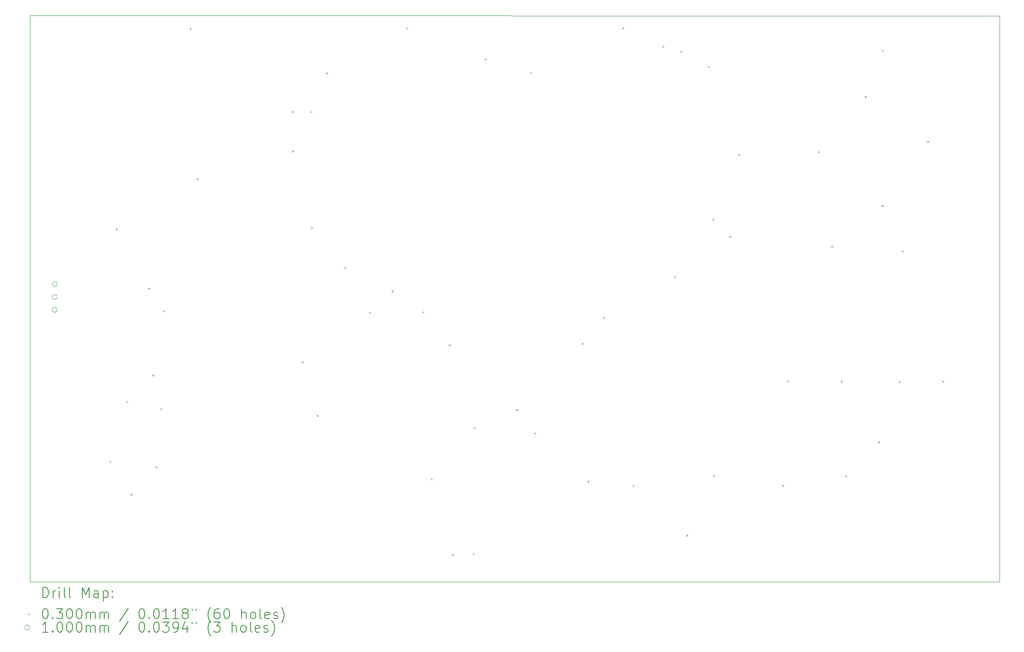
<source format=gbr>
%TF.GenerationSoftware,KiCad,Pcbnew,9.0.0*%
%TF.CreationDate,2025-04-01T19:23:46-07:00*%
%TF.ProjectId,proto-for-mfg,70726f74-6f2d-4666-9f72-2d6d66672e6b,rev?*%
%TF.SameCoordinates,Original*%
%TF.FileFunction,Drillmap*%
%TF.FilePolarity,Positive*%
%FSLAX45Y45*%
G04 Gerber Fmt 4.5, Leading zero omitted, Abs format (unit mm)*
G04 Created by KiCad (PCBNEW 9.0.0) date 2025-04-01 19:23:46*
%MOMM*%
%LPD*%
G01*
G04 APERTURE LIST*
%ADD10C,0.050000*%
%ADD11C,0.200000*%
%ADD12C,0.100000*%
G04 APERTURE END LIST*
D10*
X21392500Y-10045000D02*
X21392500Y-14985000D01*
X2256986Y-3798195D02*
X21392500Y-3802500D01*
X2256986Y-14985695D02*
X2256986Y-3798195D01*
X21392500Y-14985000D02*
X2256986Y-14985695D01*
X21392500Y-3802500D02*
X21392500Y-10045000D01*
D11*
D12*
X3827500Y-12602500D02*
X3857500Y-12632500D01*
X3857500Y-12602500D02*
X3827500Y-12632500D01*
X3952500Y-8005000D02*
X3982500Y-8035000D01*
X3982500Y-8005000D02*
X3952500Y-8035000D01*
X4157500Y-11417500D02*
X4187500Y-11447500D01*
X4187500Y-11417500D02*
X4157500Y-11447500D01*
X4245000Y-13250000D02*
X4275000Y-13280000D01*
X4275000Y-13250000D02*
X4245000Y-13280000D01*
X4592500Y-9177500D02*
X4622500Y-9207500D01*
X4622500Y-9177500D02*
X4592500Y-9207500D01*
X4670000Y-10892500D02*
X4700000Y-10922500D01*
X4700000Y-10892500D02*
X4670000Y-10922500D01*
X4735000Y-12707500D02*
X4765000Y-12737500D01*
X4765000Y-12707500D02*
X4735000Y-12737500D01*
X4832500Y-11557500D02*
X4862500Y-11587500D01*
X4862500Y-11557500D02*
X4832500Y-11587500D01*
X4885000Y-9627500D02*
X4915000Y-9657500D01*
X4915000Y-9627500D02*
X4885000Y-9657500D01*
X5410000Y-4041250D02*
X5440000Y-4071250D01*
X5440000Y-4041250D02*
X5410000Y-4071250D01*
X5552500Y-7012500D02*
X5582500Y-7042500D01*
X5582500Y-7012500D02*
X5552500Y-7042500D01*
X7425000Y-5685000D02*
X7455000Y-5715000D01*
X7455000Y-5685000D02*
X7425000Y-5715000D01*
X7432500Y-6462500D02*
X7462500Y-6492500D01*
X7462500Y-6462500D02*
X7432500Y-6492500D01*
X7622500Y-10635000D02*
X7652500Y-10665000D01*
X7652500Y-10635000D02*
X7622500Y-10665000D01*
X7790000Y-5685000D02*
X7820000Y-5715000D01*
X7820000Y-5685000D02*
X7790000Y-5715000D01*
X7807500Y-7970000D02*
X7837500Y-8000000D01*
X7837500Y-7970000D02*
X7807500Y-8000000D01*
X7920000Y-11692500D02*
X7950000Y-11722500D01*
X7950000Y-11692500D02*
X7920000Y-11722500D01*
X8107500Y-4925000D02*
X8137500Y-4955000D01*
X8137500Y-4925000D02*
X8107500Y-4955000D01*
X8462500Y-8767500D02*
X8492500Y-8797500D01*
X8492500Y-8767500D02*
X8462500Y-8797500D01*
X8955000Y-9652500D02*
X8985000Y-9682500D01*
X8985000Y-9652500D02*
X8955000Y-9682500D01*
X9395000Y-9232500D02*
X9425000Y-9262500D01*
X9425000Y-9232500D02*
X9395000Y-9262500D01*
X9690000Y-4032500D02*
X9720000Y-4062500D01*
X9720000Y-4032500D02*
X9690000Y-4062500D01*
X10007500Y-9645000D02*
X10037500Y-9675000D01*
X10037500Y-9645000D02*
X10007500Y-9675000D01*
X10170000Y-12942500D02*
X10200000Y-12972500D01*
X10200000Y-12942500D02*
X10170000Y-12972500D01*
X10527500Y-10295000D02*
X10557500Y-10325000D01*
X10557500Y-10295000D02*
X10527500Y-10325000D01*
X10587500Y-14442500D02*
X10617500Y-14472500D01*
X10617500Y-14442500D02*
X10587500Y-14472500D01*
X11002500Y-14425000D02*
X11032500Y-14455000D01*
X11032500Y-14425000D02*
X11002500Y-14455000D01*
X11017500Y-11932500D02*
X11047500Y-11962500D01*
X11047500Y-11932500D02*
X11017500Y-11962500D01*
X11227500Y-4647500D02*
X11257500Y-4677500D01*
X11257500Y-4647500D02*
X11227500Y-4677500D01*
X11853368Y-11573368D02*
X11883368Y-11603368D01*
X11883368Y-11573368D02*
X11853368Y-11603368D01*
X12130000Y-4910000D02*
X12160000Y-4940000D01*
X12160000Y-4910000D02*
X12130000Y-4940000D01*
X12215000Y-12040000D02*
X12245000Y-12070000D01*
X12245000Y-12040000D02*
X12215000Y-12070000D01*
X13145000Y-10265000D02*
X13175000Y-10295000D01*
X13175000Y-10265000D02*
X13145000Y-10295000D01*
X13265000Y-12990000D02*
X13295000Y-13020000D01*
X13295000Y-12990000D02*
X13265000Y-13020000D01*
X13570000Y-9752500D02*
X13600000Y-9782500D01*
X13600000Y-9752500D02*
X13570000Y-9782500D01*
X13945000Y-4030000D02*
X13975000Y-4060000D01*
X13975000Y-4030000D02*
X13945000Y-4060000D01*
X14152500Y-13072500D02*
X14182500Y-13102500D01*
X14182500Y-13072500D02*
X14152500Y-13102500D01*
X14742500Y-4397500D02*
X14772500Y-4427500D01*
X14772500Y-4397500D02*
X14742500Y-4427500D01*
X14970000Y-8945000D02*
X15000000Y-8975000D01*
X15000000Y-8945000D02*
X14970000Y-8975000D01*
X15100000Y-4492500D02*
X15130000Y-4522500D01*
X15130000Y-4492500D02*
X15100000Y-4522500D01*
X15212500Y-14057500D02*
X15242500Y-14087500D01*
X15242500Y-14057500D02*
X15212500Y-14087500D01*
X15637500Y-4792500D02*
X15667500Y-4822500D01*
X15667500Y-4792500D02*
X15637500Y-4822500D01*
X15727500Y-7812500D02*
X15757500Y-7842500D01*
X15757500Y-7812500D02*
X15727500Y-7842500D01*
X15745000Y-12877500D02*
X15775000Y-12907500D01*
X15775000Y-12877500D02*
X15745000Y-12907500D01*
X16065000Y-8155000D02*
X16095000Y-8185000D01*
X16095000Y-8155000D02*
X16065000Y-8185000D01*
X16242500Y-6537500D02*
X16272500Y-6567500D01*
X16272500Y-6537500D02*
X16242500Y-6567500D01*
X17105000Y-13072500D02*
X17135000Y-13102500D01*
X17135000Y-13072500D02*
X17105000Y-13102500D01*
X17200000Y-11012500D02*
X17230000Y-11042500D01*
X17230000Y-11012500D02*
X17200000Y-11042500D01*
X17810000Y-6477500D02*
X17840000Y-6507500D01*
X17840000Y-6477500D02*
X17810000Y-6507500D01*
X18070000Y-8347500D02*
X18100000Y-8377500D01*
X18100000Y-8347500D02*
X18070000Y-8377500D01*
X18260000Y-11012500D02*
X18290000Y-11042500D01*
X18290000Y-11012500D02*
X18260000Y-11042500D01*
X18352500Y-12887500D02*
X18382500Y-12917500D01*
X18382500Y-12887500D02*
X18352500Y-12917500D01*
X18735000Y-5387500D02*
X18765000Y-5417500D01*
X18765000Y-5387500D02*
X18735000Y-5417500D01*
X18997500Y-12212500D02*
X19027500Y-12242500D01*
X19027500Y-12212500D02*
X18997500Y-12242500D01*
X19067500Y-7545000D02*
X19097500Y-7575000D01*
X19097500Y-7545000D02*
X19067500Y-7575000D01*
X19070000Y-4475000D02*
X19100000Y-4505000D01*
X19100000Y-4475000D02*
X19070000Y-4505000D01*
X19402500Y-11022500D02*
X19432500Y-11052500D01*
X19432500Y-11022500D02*
X19402500Y-11052500D01*
X19472500Y-8442500D02*
X19502500Y-8472500D01*
X19502500Y-8442500D02*
X19472500Y-8472500D01*
X19967500Y-6272500D02*
X19997500Y-6302500D01*
X19997500Y-6272500D02*
X19967500Y-6302500D01*
X20265000Y-11015000D02*
X20295000Y-11045000D01*
X20295000Y-11015000D02*
X20265000Y-11045000D01*
X2796985Y-9105695D02*
G75*
G02*
X2696986Y-9105695I-50000J0D01*
G01*
X2696986Y-9105695D02*
G75*
G02*
X2796985Y-9105695I50000J0D01*
G01*
X2796985Y-9359695D02*
G75*
G02*
X2696986Y-9359695I-50000J0D01*
G01*
X2696986Y-9359695D02*
G75*
G02*
X2796985Y-9359695I50000J0D01*
G01*
X2796985Y-9613695D02*
G75*
G02*
X2696986Y-9613695I-50000J0D01*
G01*
X2696986Y-9613695D02*
G75*
G02*
X2796985Y-9613695I50000J0D01*
G01*
D11*
X2515262Y-15299678D02*
X2515262Y-15099678D01*
X2515262Y-15099678D02*
X2562881Y-15099678D01*
X2562881Y-15099678D02*
X2591453Y-15109202D01*
X2591453Y-15109202D02*
X2610500Y-15128250D01*
X2610500Y-15128250D02*
X2620024Y-15147297D01*
X2620024Y-15147297D02*
X2629548Y-15185393D01*
X2629548Y-15185393D02*
X2629548Y-15213964D01*
X2629548Y-15213964D02*
X2620024Y-15252059D01*
X2620024Y-15252059D02*
X2610500Y-15271107D01*
X2610500Y-15271107D02*
X2591453Y-15290155D01*
X2591453Y-15290155D02*
X2562881Y-15299678D01*
X2562881Y-15299678D02*
X2515262Y-15299678D01*
X2715262Y-15299678D02*
X2715262Y-15166345D01*
X2715262Y-15204440D02*
X2724786Y-15185393D01*
X2724786Y-15185393D02*
X2734310Y-15175869D01*
X2734310Y-15175869D02*
X2753358Y-15166345D01*
X2753358Y-15166345D02*
X2772405Y-15166345D01*
X2839072Y-15299678D02*
X2839072Y-15166345D01*
X2839072Y-15099678D02*
X2829548Y-15109202D01*
X2829548Y-15109202D02*
X2839072Y-15118726D01*
X2839072Y-15118726D02*
X2848596Y-15109202D01*
X2848596Y-15109202D02*
X2839072Y-15099678D01*
X2839072Y-15099678D02*
X2839072Y-15118726D01*
X2962881Y-15299678D02*
X2943834Y-15290155D01*
X2943834Y-15290155D02*
X2934310Y-15271107D01*
X2934310Y-15271107D02*
X2934310Y-15099678D01*
X3067643Y-15299678D02*
X3048596Y-15290155D01*
X3048596Y-15290155D02*
X3039072Y-15271107D01*
X3039072Y-15271107D02*
X3039072Y-15099678D01*
X3296215Y-15299678D02*
X3296215Y-15099678D01*
X3296215Y-15099678D02*
X3362881Y-15242536D01*
X3362881Y-15242536D02*
X3429548Y-15099678D01*
X3429548Y-15099678D02*
X3429548Y-15299678D01*
X3610500Y-15299678D02*
X3610500Y-15194917D01*
X3610500Y-15194917D02*
X3600977Y-15175869D01*
X3600977Y-15175869D02*
X3581929Y-15166345D01*
X3581929Y-15166345D02*
X3543834Y-15166345D01*
X3543834Y-15166345D02*
X3524786Y-15175869D01*
X3610500Y-15290155D02*
X3591453Y-15299678D01*
X3591453Y-15299678D02*
X3543834Y-15299678D01*
X3543834Y-15299678D02*
X3524786Y-15290155D01*
X3524786Y-15290155D02*
X3515262Y-15271107D01*
X3515262Y-15271107D02*
X3515262Y-15252059D01*
X3515262Y-15252059D02*
X3524786Y-15233012D01*
X3524786Y-15233012D02*
X3543834Y-15223488D01*
X3543834Y-15223488D02*
X3591453Y-15223488D01*
X3591453Y-15223488D02*
X3610500Y-15213964D01*
X3705738Y-15166345D02*
X3705738Y-15366345D01*
X3705738Y-15175869D02*
X3724786Y-15166345D01*
X3724786Y-15166345D02*
X3762881Y-15166345D01*
X3762881Y-15166345D02*
X3781929Y-15175869D01*
X3781929Y-15175869D02*
X3791453Y-15185393D01*
X3791453Y-15185393D02*
X3800977Y-15204440D01*
X3800977Y-15204440D02*
X3800977Y-15261583D01*
X3800977Y-15261583D02*
X3791453Y-15280631D01*
X3791453Y-15280631D02*
X3781929Y-15290155D01*
X3781929Y-15290155D02*
X3762881Y-15299678D01*
X3762881Y-15299678D02*
X3724786Y-15299678D01*
X3724786Y-15299678D02*
X3705738Y-15290155D01*
X3886691Y-15280631D02*
X3896215Y-15290155D01*
X3896215Y-15290155D02*
X3886691Y-15299678D01*
X3886691Y-15299678D02*
X3877167Y-15290155D01*
X3877167Y-15290155D02*
X3886691Y-15280631D01*
X3886691Y-15280631D02*
X3886691Y-15299678D01*
X3886691Y-15175869D02*
X3896215Y-15185393D01*
X3896215Y-15185393D02*
X3886691Y-15194917D01*
X3886691Y-15194917D02*
X3877167Y-15185393D01*
X3877167Y-15185393D02*
X3886691Y-15175869D01*
X3886691Y-15175869D02*
X3886691Y-15194917D01*
D12*
X2224486Y-15613195D02*
X2254486Y-15643195D01*
X2254486Y-15613195D02*
X2224486Y-15643195D01*
D11*
X2553358Y-15519678D02*
X2572405Y-15519678D01*
X2572405Y-15519678D02*
X2591453Y-15529202D01*
X2591453Y-15529202D02*
X2600977Y-15538726D01*
X2600977Y-15538726D02*
X2610500Y-15557774D01*
X2610500Y-15557774D02*
X2620024Y-15595869D01*
X2620024Y-15595869D02*
X2620024Y-15643488D01*
X2620024Y-15643488D02*
X2610500Y-15681583D01*
X2610500Y-15681583D02*
X2600977Y-15700631D01*
X2600977Y-15700631D02*
X2591453Y-15710155D01*
X2591453Y-15710155D02*
X2572405Y-15719678D01*
X2572405Y-15719678D02*
X2553358Y-15719678D01*
X2553358Y-15719678D02*
X2534310Y-15710155D01*
X2534310Y-15710155D02*
X2524786Y-15700631D01*
X2524786Y-15700631D02*
X2515262Y-15681583D01*
X2515262Y-15681583D02*
X2505739Y-15643488D01*
X2505739Y-15643488D02*
X2505739Y-15595869D01*
X2505739Y-15595869D02*
X2515262Y-15557774D01*
X2515262Y-15557774D02*
X2524786Y-15538726D01*
X2524786Y-15538726D02*
X2534310Y-15529202D01*
X2534310Y-15529202D02*
X2553358Y-15519678D01*
X2705739Y-15700631D02*
X2715262Y-15710155D01*
X2715262Y-15710155D02*
X2705739Y-15719678D01*
X2705739Y-15719678D02*
X2696215Y-15710155D01*
X2696215Y-15710155D02*
X2705739Y-15700631D01*
X2705739Y-15700631D02*
X2705739Y-15719678D01*
X2781929Y-15519678D02*
X2905738Y-15519678D01*
X2905738Y-15519678D02*
X2839072Y-15595869D01*
X2839072Y-15595869D02*
X2867643Y-15595869D01*
X2867643Y-15595869D02*
X2886691Y-15605393D01*
X2886691Y-15605393D02*
X2896215Y-15614917D01*
X2896215Y-15614917D02*
X2905738Y-15633964D01*
X2905738Y-15633964D02*
X2905738Y-15681583D01*
X2905738Y-15681583D02*
X2896215Y-15700631D01*
X2896215Y-15700631D02*
X2886691Y-15710155D01*
X2886691Y-15710155D02*
X2867643Y-15719678D01*
X2867643Y-15719678D02*
X2810500Y-15719678D01*
X2810500Y-15719678D02*
X2791453Y-15710155D01*
X2791453Y-15710155D02*
X2781929Y-15700631D01*
X3029548Y-15519678D02*
X3048596Y-15519678D01*
X3048596Y-15519678D02*
X3067643Y-15529202D01*
X3067643Y-15529202D02*
X3077167Y-15538726D01*
X3077167Y-15538726D02*
X3086691Y-15557774D01*
X3086691Y-15557774D02*
X3096215Y-15595869D01*
X3096215Y-15595869D02*
X3096215Y-15643488D01*
X3096215Y-15643488D02*
X3086691Y-15681583D01*
X3086691Y-15681583D02*
X3077167Y-15700631D01*
X3077167Y-15700631D02*
X3067643Y-15710155D01*
X3067643Y-15710155D02*
X3048596Y-15719678D01*
X3048596Y-15719678D02*
X3029548Y-15719678D01*
X3029548Y-15719678D02*
X3010500Y-15710155D01*
X3010500Y-15710155D02*
X3000977Y-15700631D01*
X3000977Y-15700631D02*
X2991453Y-15681583D01*
X2991453Y-15681583D02*
X2981929Y-15643488D01*
X2981929Y-15643488D02*
X2981929Y-15595869D01*
X2981929Y-15595869D02*
X2991453Y-15557774D01*
X2991453Y-15557774D02*
X3000977Y-15538726D01*
X3000977Y-15538726D02*
X3010500Y-15529202D01*
X3010500Y-15529202D02*
X3029548Y-15519678D01*
X3220024Y-15519678D02*
X3239072Y-15519678D01*
X3239072Y-15519678D02*
X3258119Y-15529202D01*
X3258119Y-15529202D02*
X3267643Y-15538726D01*
X3267643Y-15538726D02*
X3277167Y-15557774D01*
X3277167Y-15557774D02*
X3286691Y-15595869D01*
X3286691Y-15595869D02*
X3286691Y-15643488D01*
X3286691Y-15643488D02*
X3277167Y-15681583D01*
X3277167Y-15681583D02*
X3267643Y-15700631D01*
X3267643Y-15700631D02*
X3258119Y-15710155D01*
X3258119Y-15710155D02*
X3239072Y-15719678D01*
X3239072Y-15719678D02*
X3220024Y-15719678D01*
X3220024Y-15719678D02*
X3200977Y-15710155D01*
X3200977Y-15710155D02*
X3191453Y-15700631D01*
X3191453Y-15700631D02*
X3181929Y-15681583D01*
X3181929Y-15681583D02*
X3172405Y-15643488D01*
X3172405Y-15643488D02*
X3172405Y-15595869D01*
X3172405Y-15595869D02*
X3181929Y-15557774D01*
X3181929Y-15557774D02*
X3191453Y-15538726D01*
X3191453Y-15538726D02*
X3200977Y-15529202D01*
X3200977Y-15529202D02*
X3220024Y-15519678D01*
X3372405Y-15719678D02*
X3372405Y-15586345D01*
X3372405Y-15605393D02*
X3381929Y-15595869D01*
X3381929Y-15595869D02*
X3400977Y-15586345D01*
X3400977Y-15586345D02*
X3429548Y-15586345D01*
X3429548Y-15586345D02*
X3448596Y-15595869D01*
X3448596Y-15595869D02*
X3458119Y-15614917D01*
X3458119Y-15614917D02*
X3458119Y-15719678D01*
X3458119Y-15614917D02*
X3467643Y-15595869D01*
X3467643Y-15595869D02*
X3486691Y-15586345D01*
X3486691Y-15586345D02*
X3515262Y-15586345D01*
X3515262Y-15586345D02*
X3534310Y-15595869D01*
X3534310Y-15595869D02*
X3543834Y-15614917D01*
X3543834Y-15614917D02*
X3543834Y-15719678D01*
X3639072Y-15719678D02*
X3639072Y-15586345D01*
X3639072Y-15605393D02*
X3648596Y-15595869D01*
X3648596Y-15595869D02*
X3667643Y-15586345D01*
X3667643Y-15586345D02*
X3696215Y-15586345D01*
X3696215Y-15586345D02*
X3715262Y-15595869D01*
X3715262Y-15595869D02*
X3724786Y-15614917D01*
X3724786Y-15614917D02*
X3724786Y-15719678D01*
X3724786Y-15614917D02*
X3734310Y-15595869D01*
X3734310Y-15595869D02*
X3753358Y-15586345D01*
X3753358Y-15586345D02*
X3781929Y-15586345D01*
X3781929Y-15586345D02*
X3800977Y-15595869D01*
X3800977Y-15595869D02*
X3810500Y-15614917D01*
X3810500Y-15614917D02*
X3810500Y-15719678D01*
X4200977Y-15510155D02*
X4029548Y-15767297D01*
X4458120Y-15519678D02*
X4477167Y-15519678D01*
X4477167Y-15519678D02*
X4496215Y-15529202D01*
X4496215Y-15529202D02*
X4505739Y-15538726D01*
X4505739Y-15538726D02*
X4515263Y-15557774D01*
X4515263Y-15557774D02*
X4524786Y-15595869D01*
X4524786Y-15595869D02*
X4524786Y-15643488D01*
X4524786Y-15643488D02*
X4515263Y-15681583D01*
X4515263Y-15681583D02*
X4505739Y-15700631D01*
X4505739Y-15700631D02*
X4496215Y-15710155D01*
X4496215Y-15710155D02*
X4477167Y-15719678D01*
X4477167Y-15719678D02*
X4458120Y-15719678D01*
X4458120Y-15719678D02*
X4439072Y-15710155D01*
X4439072Y-15710155D02*
X4429548Y-15700631D01*
X4429548Y-15700631D02*
X4420024Y-15681583D01*
X4420024Y-15681583D02*
X4410501Y-15643488D01*
X4410501Y-15643488D02*
X4410501Y-15595869D01*
X4410501Y-15595869D02*
X4420024Y-15557774D01*
X4420024Y-15557774D02*
X4429548Y-15538726D01*
X4429548Y-15538726D02*
X4439072Y-15529202D01*
X4439072Y-15529202D02*
X4458120Y-15519678D01*
X4610501Y-15700631D02*
X4620024Y-15710155D01*
X4620024Y-15710155D02*
X4610501Y-15719678D01*
X4610501Y-15719678D02*
X4600977Y-15710155D01*
X4600977Y-15710155D02*
X4610501Y-15700631D01*
X4610501Y-15700631D02*
X4610501Y-15719678D01*
X4743834Y-15519678D02*
X4762882Y-15519678D01*
X4762882Y-15519678D02*
X4781929Y-15529202D01*
X4781929Y-15529202D02*
X4791453Y-15538726D01*
X4791453Y-15538726D02*
X4800977Y-15557774D01*
X4800977Y-15557774D02*
X4810501Y-15595869D01*
X4810501Y-15595869D02*
X4810501Y-15643488D01*
X4810501Y-15643488D02*
X4800977Y-15681583D01*
X4800977Y-15681583D02*
X4791453Y-15700631D01*
X4791453Y-15700631D02*
X4781929Y-15710155D01*
X4781929Y-15710155D02*
X4762882Y-15719678D01*
X4762882Y-15719678D02*
X4743834Y-15719678D01*
X4743834Y-15719678D02*
X4724786Y-15710155D01*
X4724786Y-15710155D02*
X4715263Y-15700631D01*
X4715263Y-15700631D02*
X4705739Y-15681583D01*
X4705739Y-15681583D02*
X4696215Y-15643488D01*
X4696215Y-15643488D02*
X4696215Y-15595869D01*
X4696215Y-15595869D02*
X4705739Y-15557774D01*
X4705739Y-15557774D02*
X4715263Y-15538726D01*
X4715263Y-15538726D02*
X4724786Y-15529202D01*
X4724786Y-15529202D02*
X4743834Y-15519678D01*
X5000977Y-15719678D02*
X4886691Y-15719678D01*
X4943834Y-15719678D02*
X4943834Y-15519678D01*
X4943834Y-15519678D02*
X4924786Y-15548250D01*
X4924786Y-15548250D02*
X4905739Y-15567297D01*
X4905739Y-15567297D02*
X4886691Y-15576821D01*
X5191453Y-15719678D02*
X5077167Y-15719678D01*
X5134310Y-15719678D02*
X5134310Y-15519678D01*
X5134310Y-15519678D02*
X5115263Y-15548250D01*
X5115263Y-15548250D02*
X5096215Y-15567297D01*
X5096215Y-15567297D02*
X5077167Y-15576821D01*
X5305739Y-15605393D02*
X5286691Y-15595869D01*
X5286691Y-15595869D02*
X5277167Y-15586345D01*
X5277167Y-15586345D02*
X5267644Y-15567297D01*
X5267644Y-15567297D02*
X5267644Y-15557774D01*
X5267644Y-15557774D02*
X5277167Y-15538726D01*
X5277167Y-15538726D02*
X5286691Y-15529202D01*
X5286691Y-15529202D02*
X5305739Y-15519678D01*
X5305739Y-15519678D02*
X5343834Y-15519678D01*
X5343834Y-15519678D02*
X5362882Y-15529202D01*
X5362882Y-15529202D02*
X5372405Y-15538726D01*
X5372405Y-15538726D02*
X5381929Y-15557774D01*
X5381929Y-15557774D02*
X5381929Y-15567297D01*
X5381929Y-15567297D02*
X5372405Y-15586345D01*
X5372405Y-15586345D02*
X5362882Y-15595869D01*
X5362882Y-15595869D02*
X5343834Y-15605393D01*
X5343834Y-15605393D02*
X5305739Y-15605393D01*
X5305739Y-15605393D02*
X5286691Y-15614917D01*
X5286691Y-15614917D02*
X5277167Y-15624440D01*
X5277167Y-15624440D02*
X5267644Y-15643488D01*
X5267644Y-15643488D02*
X5267644Y-15681583D01*
X5267644Y-15681583D02*
X5277167Y-15700631D01*
X5277167Y-15700631D02*
X5286691Y-15710155D01*
X5286691Y-15710155D02*
X5305739Y-15719678D01*
X5305739Y-15719678D02*
X5343834Y-15719678D01*
X5343834Y-15719678D02*
X5362882Y-15710155D01*
X5362882Y-15710155D02*
X5372405Y-15700631D01*
X5372405Y-15700631D02*
X5381929Y-15681583D01*
X5381929Y-15681583D02*
X5381929Y-15643488D01*
X5381929Y-15643488D02*
X5372405Y-15624440D01*
X5372405Y-15624440D02*
X5362882Y-15614917D01*
X5362882Y-15614917D02*
X5343834Y-15605393D01*
X5458120Y-15519678D02*
X5458120Y-15557774D01*
X5534310Y-15519678D02*
X5534310Y-15557774D01*
X5829548Y-15795869D02*
X5820024Y-15786345D01*
X5820024Y-15786345D02*
X5800977Y-15757774D01*
X5800977Y-15757774D02*
X5791453Y-15738726D01*
X5791453Y-15738726D02*
X5781929Y-15710155D01*
X5781929Y-15710155D02*
X5772405Y-15662536D01*
X5772405Y-15662536D02*
X5772405Y-15624440D01*
X5772405Y-15624440D02*
X5781929Y-15576821D01*
X5781929Y-15576821D02*
X5791453Y-15548250D01*
X5791453Y-15548250D02*
X5800977Y-15529202D01*
X5800977Y-15529202D02*
X5820024Y-15500631D01*
X5820024Y-15500631D02*
X5829548Y-15491107D01*
X5991453Y-15519678D02*
X5953358Y-15519678D01*
X5953358Y-15519678D02*
X5934310Y-15529202D01*
X5934310Y-15529202D02*
X5924786Y-15538726D01*
X5924786Y-15538726D02*
X5905739Y-15567297D01*
X5905739Y-15567297D02*
X5896215Y-15605393D01*
X5896215Y-15605393D02*
X5896215Y-15681583D01*
X5896215Y-15681583D02*
X5905739Y-15700631D01*
X5905739Y-15700631D02*
X5915263Y-15710155D01*
X5915263Y-15710155D02*
X5934310Y-15719678D01*
X5934310Y-15719678D02*
X5972405Y-15719678D01*
X5972405Y-15719678D02*
X5991453Y-15710155D01*
X5991453Y-15710155D02*
X6000977Y-15700631D01*
X6000977Y-15700631D02*
X6010501Y-15681583D01*
X6010501Y-15681583D02*
X6010501Y-15633964D01*
X6010501Y-15633964D02*
X6000977Y-15614917D01*
X6000977Y-15614917D02*
X5991453Y-15605393D01*
X5991453Y-15605393D02*
X5972405Y-15595869D01*
X5972405Y-15595869D02*
X5934310Y-15595869D01*
X5934310Y-15595869D02*
X5915263Y-15605393D01*
X5915263Y-15605393D02*
X5905739Y-15614917D01*
X5905739Y-15614917D02*
X5896215Y-15633964D01*
X6134310Y-15519678D02*
X6153358Y-15519678D01*
X6153358Y-15519678D02*
X6172405Y-15529202D01*
X6172405Y-15529202D02*
X6181929Y-15538726D01*
X6181929Y-15538726D02*
X6191453Y-15557774D01*
X6191453Y-15557774D02*
X6200977Y-15595869D01*
X6200977Y-15595869D02*
X6200977Y-15643488D01*
X6200977Y-15643488D02*
X6191453Y-15681583D01*
X6191453Y-15681583D02*
X6181929Y-15700631D01*
X6181929Y-15700631D02*
X6172405Y-15710155D01*
X6172405Y-15710155D02*
X6153358Y-15719678D01*
X6153358Y-15719678D02*
X6134310Y-15719678D01*
X6134310Y-15719678D02*
X6115263Y-15710155D01*
X6115263Y-15710155D02*
X6105739Y-15700631D01*
X6105739Y-15700631D02*
X6096215Y-15681583D01*
X6096215Y-15681583D02*
X6086691Y-15643488D01*
X6086691Y-15643488D02*
X6086691Y-15595869D01*
X6086691Y-15595869D02*
X6096215Y-15557774D01*
X6096215Y-15557774D02*
X6105739Y-15538726D01*
X6105739Y-15538726D02*
X6115263Y-15529202D01*
X6115263Y-15529202D02*
X6134310Y-15519678D01*
X6439072Y-15719678D02*
X6439072Y-15519678D01*
X6524786Y-15719678D02*
X6524786Y-15614917D01*
X6524786Y-15614917D02*
X6515263Y-15595869D01*
X6515263Y-15595869D02*
X6496215Y-15586345D01*
X6496215Y-15586345D02*
X6467644Y-15586345D01*
X6467644Y-15586345D02*
X6448596Y-15595869D01*
X6448596Y-15595869D02*
X6439072Y-15605393D01*
X6648596Y-15719678D02*
X6629548Y-15710155D01*
X6629548Y-15710155D02*
X6620025Y-15700631D01*
X6620025Y-15700631D02*
X6610501Y-15681583D01*
X6610501Y-15681583D02*
X6610501Y-15624440D01*
X6610501Y-15624440D02*
X6620025Y-15605393D01*
X6620025Y-15605393D02*
X6629548Y-15595869D01*
X6629548Y-15595869D02*
X6648596Y-15586345D01*
X6648596Y-15586345D02*
X6677167Y-15586345D01*
X6677167Y-15586345D02*
X6696215Y-15595869D01*
X6696215Y-15595869D02*
X6705739Y-15605393D01*
X6705739Y-15605393D02*
X6715263Y-15624440D01*
X6715263Y-15624440D02*
X6715263Y-15681583D01*
X6715263Y-15681583D02*
X6705739Y-15700631D01*
X6705739Y-15700631D02*
X6696215Y-15710155D01*
X6696215Y-15710155D02*
X6677167Y-15719678D01*
X6677167Y-15719678D02*
X6648596Y-15719678D01*
X6829548Y-15719678D02*
X6810501Y-15710155D01*
X6810501Y-15710155D02*
X6800977Y-15691107D01*
X6800977Y-15691107D02*
X6800977Y-15519678D01*
X6981929Y-15710155D02*
X6962882Y-15719678D01*
X6962882Y-15719678D02*
X6924786Y-15719678D01*
X6924786Y-15719678D02*
X6905739Y-15710155D01*
X6905739Y-15710155D02*
X6896215Y-15691107D01*
X6896215Y-15691107D02*
X6896215Y-15614917D01*
X6896215Y-15614917D02*
X6905739Y-15595869D01*
X6905739Y-15595869D02*
X6924786Y-15586345D01*
X6924786Y-15586345D02*
X6962882Y-15586345D01*
X6962882Y-15586345D02*
X6981929Y-15595869D01*
X6981929Y-15595869D02*
X6991453Y-15614917D01*
X6991453Y-15614917D02*
X6991453Y-15633964D01*
X6991453Y-15633964D02*
X6896215Y-15653012D01*
X7067644Y-15710155D02*
X7086691Y-15719678D01*
X7086691Y-15719678D02*
X7124786Y-15719678D01*
X7124786Y-15719678D02*
X7143834Y-15710155D01*
X7143834Y-15710155D02*
X7153358Y-15691107D01*
X7153358Y-15691107D02*
X7153358Y-15681583D01*
X7153358Y-15681583D02*
X7143834Y-15662536D01*
X7143834Y-15662536D02*
X7124786Y-15653012D01*
X7124786Y-15653012D02*
X7096215Y-15653012D01*
X7096215Y-15653012D02*
X7077167Y-15643488D01*
X7077167Y-15643488D02*
X7067644Y-15624440D01*
X7067644Y-15624440D02*
X7067644Y-15614917D01*
X7067644Y-15614917D02*
X7077167Y-15595869D01*
X7077167Y-15595869D02*
X7096215Y-15586345D01*
X7096215Y-15586345D02*
X7124786Y-15586345D01*
X7124786Y-15586345D02*
X7143834Y-15595869D01*
X7220025Y-15795869D02*
X7229548Y-15786345D01*
X7229548Y-15786345D02*
X7248596Y-15757774D01*
X7248596Y-15757774D02*
X7258120Y-15738726D01*
X7258120Y-15738726D02*
X7267644Y-15710155D01*
X7267644Y-15710155D02*
X7277167Y-15662536D01*
X7277167Y-15662536D02*
X7277167Y-15624440D01*
X7277167Y-15624440D02*
X7267644Y-15576821D01*
X7267644Y-15576821D02*
X7258120Y-15548250D01*
X7258120Y-15548250D02*
X7248596Y-15529202D01*
X7248596Y-15529202D02*
X7229548Y-15500631D01*
X7229548Y-15500631D02*
X7220025Y-15491107D01*
D12*
X2254486Y-15892195D02*
G75*
G02*
X2154486Y-15892195I-50000J0D01*
G01*
X2154486Y-15892195D02*
G75*
G02*
X2254486Y-15892195I50000J0D01*
G01*
D11*
X2620024Y-15983678D02*
X2505739Y-15983678D01*
X2562881Y-15983678D02*
X2562881Y-15783678D01*
X2562881Y-15783678D02*
X2543834Y-15812250D01*
X2543834Y-15812250D02*
X2524786Y-15831297D01*
X2524786Y-15831297D02*
X2505739Y-15840821D01*
X2705739Y-15964631D02*
X2715262Y-15974155D01*
X2715262Y-15974155D02*
X2705739Y-15983678D01*
X2705739Y-15983678D02*
X2696215Y-15974155D01*
X2696215Y-15974155D02*
X2705739Y-15964631D01*
X2705739Y-15964631D02*
X2705739Y-15983678D01*
X2839072Y-15783678D02*
X2858119Y-15783678D01*
X2858119Y-15783678D02*
X2877167Y-15793202D01*
X2877167Y-15793202D02*
X2886691Y-15802726D01*
X2886691Y-15802726D02*
X2896215Y-15821774D01*
X2896215Y-15821774D02*
X2905738Y-15859869D01*
X2905738Y-15859869D02*
X2905738Y-15907488D01*
X2905738Y-15907488D02*
X2896215Y-15945583D01*
X2896215Y-15945583D02*
X2886691Y-15964631D01*
X2886691Y-15964631D02*
X2877167Y-15974155D01*
X2877167Y-15974155D02*
X2858119Y-15983678D01*
X2858119Y-15983678D02*
X2839072Y-15983678D01*
X2839072Y-15983678D02*
X2820024Y-15974155D01*
X2820024Y-15974155D02*
X2810500Y-15964631D01*
X2810500Y-15964631D02*
X2800977Y-15945583D01*
X2800977Y-15945583D02*
X2791453Y-15907488D01*
X2791453Y-15907488D02*
X2791453Y-15859869D01*
X2791453Y-15859869D02*
X2800977Y-15821774D01*
X2800977Y-15821774D02*
X2810500Y-15802726D01*
X2810500Y-15802726D02*
X2820024Y-15793202D01*
X2820024Y-15793202D02*
X2839072Y-15783678D01*
X3029548Y-15783678D02*
X3048596Y-15783678D01*
X3048596Y-15783678D02*
X3067643Y-15793202D01*
X3067643Y-15793202D02*
X3077167Y-15802726D01*
X3077167Y-15802726D02*
X3086691Y-15821774D01*
X3086691Y-15821774D02*
X3096215Y-15859869D01*
X3096215Y-15859869D02*
X3096215Y-15907488D01*
X3096215Y-15907488D02*
X3086691Y-15945583D01*
X3086691Y-15945583D02*
X3077167Y-15964631D01*
X3077167Y-15964631D02*
X3067643Y-15974155D01*
X3067643Y-15974155D02*
X3048596Y-15983678D01*
X3048596Y-15983678D02*
X3029548Y-15983678D01*
X3029548Y-15983678D02*
X3010500Y-15974155D01*
X3010500Y-15974155D02*
X3000977Y-15964631D01*
X3000977Y-15964631D02*
X2991453Y-15945583D01*
X2991453Y-15945583D02*
X2981929Y-15907488D01*
X2981929Y-15907488D02*
X2981929Y-15859869D01*
X2981929Y-15859869D02*
X2991453Y-15821774D01*
X2991453Y-15821774D02*
X3000977Y-15802726D01*
X3000977Y-15802726D02*
X3010500Y-15793202D01*
X3010500Y-15793202D02*
X3029548Y-15783678D01*
X3220024Y-15783678D02*
X3239072Y-15783678D01*
X3239072Y-15783678D02*
X3258119Y-15793202D01*
X3258119Y-15793202D02*
X3267643Y-15802726D01*
X3267643Y-15802726D02*
X3277167Y-15821774D01*
X3277167Y-15821774D02*
X3286691Y-15859869D01*
X3286691Y-15859869D02*
X3286691Y-15907488D01*
X3286691Y-15907488D02*
X3277167Y-15945583D01*
X3277167Y-15945583D02*
X3267643Y-15964631D01*
X3267643Y-15964631D02*
X3258119Y-15974155D01*
X3258119Y-15974155D02*
X3239072Y-15983678D01*
X3239072Y-15983678D02*
X3220024Y-15983678D01*
X3220024Y-15983678D02*
X3200977Y-15974155D01*
X3200977Y-15974155D02*
X3191453Y-15964631D01*
X3191453Y-15964631D02*
X3181929Y-15945583D01*
X3181929Y-15945583D02*
X3172405Y-15907488D01*
X3172405Y-15907488D02*
X3172405Y-15859869D01*
X3172405Y-15859869D02*
X3181929Y-15821774D01*
X3181929Y-15821774D02*
X3191453Y-15802726D01*
X3191453Y-15802726D02*
X3200977Y-15793202D01*
X3200977Y-15793202D02*
X3220024Y-15783678D01*
X3372405Y-15983678D02*
X3372405Y-15850345D01*
X3372405Y-15869393D02*
X3381929Y-15859869D01*
X3381929Y-15859869D02*
X3400977Y-15850345D01*
X3400977Y-15850345D02*
X3429548Y-15850345D01*
X3429548Y-15850345D02*
X3448596Y-15859869D01*
X3448596Y-15859869D02*
X3458119Y-15878917D01*
X3458119Y-15878917D02*
X3458119Y-15983678D01*
X3458119Y-15878917D02*
X3467643Y-15859869D01*
X3467643Y-15859869D02*
X3486691Y-15850345D01*
X3486691Y-15850345D02*
X3515262Y-15850345D01*
X3515262Y-15850345D02*
X3534310Y-15859869D01*
X3534310Y-15859869D02*
X3543834Y-15878917D01*
X3543834Y-15878917D02*
X3543834Y-15983678D01*
X3639072Y-15983678D02*
X3639072Y-15850345D01*
X3639072Y-15869393D02*
X3648596Y-15859869D01*
X3648596Y-15859869D02*
X3667643Y-15850345D01*
X3667643Y-15850345D02*
X3696215Y-15850345D01*
X3696215Y-15850345D02*
X3715262Y-15859869D01*
X3715262Y-15859869D02*
X3724786Y-15878917D01*
X3724786Y-15878917D02*
X3724786Y-15983678D01*
X3724786Y-15878917D02*
X3734310Y-15859869D01*
X3734310Y-15859869D02*
X3753358Y-15850345D01*
X3753358Y-15850345D02*
X3781929Y-15850345D01*
X3781929Y-15850345D02*
X3800977Y-15859869D01*
X3800977Y-15859869D02*
X3810500Y-15878917D01*
X3810500Y-15878917D02*
X3810500Y-15983678D01*
X4200977Y-15774155D02*
X4029548Y-16031297D01*
X4458120Y-15783678D02*
X4477167Y-15783678D01*
X4477167Y-15783678D02*
X4496215Y-15793202D01*
X4496215Y-15793202D02*
X4505739Y-15802726D01*
X4505739Y-15802726D02*
X4515263Y-15821774D01*
X4515263Y-15821774D02*
X4524786Y-15859869D01*
X4524786Y-15859869D02*
X4524786Y-15907488D01*
X4524786Y-15907488D02*
X4515263Y-15945583D01*
X4515263Y-15945583D02*
X4505739Y-15964631D01*
X4505739Y-15964631D02*
X4496215Y-15974155D01*
X4496215Y-15974155D02*
X4477167Y-15983678D01*
X4477167Y-15983678D02*
X4458120Y-15983678D01*
X4458120Y-15983678D02*
X4439072Y-15974155D01*
X4439072Y-15974155D02*
X4429548Y-15964631D01*
X4429548Y-15964631D02*
X4420024Y-15945583D01*
X4420024Y-15945583D02*
X4410501Y-15907488D01*
X4410501Y-15907488D02*
X4410501Y-15859869D01*
X4410501Y-15859869D02*
X4420024Y-15821774D01*
X4420024Y-15821774D02*
X4429548Y-15802726D01*
X4429548Y-15802726D02*
X4439072Y-15793202D01*
X4439072Y-15793202D02*
X4458120Y-15783678D01*
X4610501Y-15964631D02*
X4620024Y-15974155D01*
X4620024Y-15974155D02*
X4610501Y-15983678D01*
X4610501Y-15983678D02*
X4600977Y-15974155D01*
X4600977Y-15974155D02*
X4610501Y-15964631D01*
X4610501Y-15964631D02*
X4610501Y-15983678D01*
X4743834Y-15783678D02*
X4762882Y-15783678D01*
X4762882Y-15783678D02*
X4781929Y-15793202D01*
X4781929Y-15793202D02*
X4791453Y-15802726D01*
X4791453Y-15802726D02*
X4800977Y-15821774D01*
X4800977Y-15821774D02*
X4810501Y-15859869D01*
X4810501Y-15859869D02*
X4810501Y-15907488D01*
X4810501Y-15907488D02*
X4800977Y-15945583D01*
X4800977Y-15945583D02*
X4791453Y-15964631D01*
X4791453Y-15964631D02*
X4781929Y-15974155D01*
X4781929Y-15974155D02*
X4762882Y-15983678D01*
X4762882Y-15983678D02*
X4743834Y-15983678D01*
X4743834Y-15983678D02*
X4724786Y-15974155D01*
X4724786Y-15974155D02*
X4715263Y-15964631D01*
X4715263Y-15964631D02*
X4705739Y-15945583D01*
X4705739Y-15945583D02*
X4696215Y-15907488D01*
X4696215Y-15907488D02*
X4696215Y-15859869D01*
X4696215Y-15859869D02*
X4705739Y-15821774D01*
X4705739Y-15821774D02*
X4715263Y-15802726D01*
X4715263Y-15802726D02*
X4724786Y-15793202D01*
X4724786Y-15793202D02*
X4743834Y-15783678D01*
X4877167Y-15783678D02*
X5000977Y-15783678D01*
X5000977Y-15783678D02*
X4934310Y-15859869D01*
X4934310Y-15859869D02*
X4962882Y-15859869D01*
X4962882Y-15859869D02*
X4981929Y-15869393D01*
X4981929Y-15869393D02*
X4991453Y-15878917D01*
X4991453Y-15878917D02*
X5000977Y-15897964D01*
X5000977Y-15897964D02*
X5000977Y-15945583D01*
X5000977Y-15945583D02*
X4991453Y-15964631D01*
X4991453Y-15964631D02*
X4981929Y-15974155D01*
X4981929Y-15974155D02*
X4962882Y-15983678D01*
X4962882Y-15983678D02*
X4905739Y-15983678D01*
X4905739Y-15983678D02*
X4886691Y-15974155D01*
X4886691Y-15974155D02*
X4877167Y-15964631D01*
X5096215Y-15983678D02*
X5134310Y-15983678D01*
X5134310Y-15983678D02*
X5153358Y-15974155D01*
X5153358Y-15974155D02*
X5162882Y-15964631D01*
X5162882Y-15964631D02*
X5181929Y-15936059D01*
X5181929Y-15936059D02*
X5191453Y-15897964D01*
X5191453Y-15897964D02*
X5191453Y-15821774D01*
X5191453Y-15821774D02*
X5181929Y-15802726D01*
X5181929Y-15802726D02*
X5172405Y-15793202D01*
X5172405Y-15793202D02*
X5153358Y-15783678D01*
X5153358Y-15783678D02*
X5115263Y-15783678D01*
X5115263Y-15783678D02*
X5096215Y-15793202D01*
X5096215Y-15793202D02*
X5086691Y-15802726D01*
X5086691Y-15802726D02*
X5077167Y-15821774D01*
X5077167Y-15821774D02*
X5077167Y-15869393D01*
X5077167Y-15869393D02*
X5086691Y-15888440D01*
X5086691Y-15888440D02*
X5096215Y-15897964D01*
X5096215Y-15897964D02*
X5115263Y-15907488D01*
X5115263Y-15907488D02*
X5153358Y-15907488D01*
X5153358Y-15907488D02*
X5172405Y-15897964D01*
X5172405Y-15897964D02*
X5181929Y-15888440D01*
X5181929Y-15888440D02*
X5191453Y-15869393D01*
X5362882Y-15850345D02*
X5362882Y-15983678D01*
X5315263Y-15774155D02*
X5267644Y-15917012D01*
X5267644Y-15917012D02*
X5391453Y-15917012D01*
X5458120Y-15783678D02*
X5458120Y-15821774D01*
X5534310Y-15783678D02*
X5534310Y-15821774D01*
X5829548Y-16059869D02*
X5820024Y-16050345D01*
X5820024Y-16050345D02*
X5800977Y-16021774D01*
X5800977Y-16021774D02*
X5791453Y-16002726D01*
X5791453Y-16002726D02*
X5781929Y-15974155D01*
X5781929Y-15974155D02*
X5772405Y-15926536D01*
X5772405Y-15926536D02*
X5772405Y-15888440D01*
X5772405Y-15888440D02*
X5781929Y-15840821D01*
X5781929Y-15840821D02*
X5791453Y-15812250D01*
X5791453Y-15812250D02*
X5800977Y-15793202D01*
X5800977Y-15793202D02*
X5820024Y-15764631D01*
X5820024Y-15764631D02*
X5829548Y-15755107D01*
X5886691Y-15783678D02*
X6010501Y-15783678D01*
X6010501Y-15783678D02*
X5943834Y-15859869D01*
X5943834Y-15859869D02*
X5972405Y-15859869D01*
X5972405Y-15859869D02*
X5991453Y-15869393D01*
X5991453Y-15869393D02*
X6000977Y-15878917D01*
X6000977Y-15878917D02*
X6010501Y-15897964D01*
X6010501Y-15897964D02*
X6010501Y-15945583D01*
X6010501Y-15945583D02*
X6000977Y-15964631D01*
X6000977Y-15964631D02*
X5991453Y-15974155D01*
X5991453Y-15974155D02*
X5972405Y-15983678D01*
X5972405Y-15983678D02*
X5915263Y-15983678D01*
X5915263Y-15983678D02*
X5896215Y-15974155D01*
X5896215Y-15974155D02*
X5886691Y-15964631D01*
X6248596Y-15983678D02*
X6248596Y-15783678D01*
X6334310Y-15983678D02*
X6334310Y-15878917D01*
X6334310Y-15878917D02*
X6324786Y-15859869D01*
X6324786Y-15859869D02*
X6305739Y-15850345D01*
X6305739Y-15850345D02*
X6277167Y-15850345D01*
X6277167Y-15850345D02*
X6258120Y-15859869D01*
X6258120Y-15859869D02*
X6248596Y-15869393D01*
X6458120Y-15983678D02*
X6439072Y-15974155D01*
X6439072Y-15974155D02*
X6429548Y-15964631D01*
X6429548Y-15964631D02*
X6420025Y-15945583D01*
X6420025Y-15945583D02*
X6420025Y-15888440D01*
X6420025Y-15888440D02*
X6429548Y-15869393D01*
X6429548Y-15869393D02*
X6439072Y-15859869D01*
X6439072Y-15859869D02*
X6458120Y-15850345D01*
X6458120Y-15850345D02*
X6486691Y-15850345D01*
X6486691Y-15850345D02*
X6505739Y-15859869D01*
X6505739Y-15859869D02*
X6515263Y-15869393D01*
X6515263Y-15869393D02*
X6524786Y-15888440D01*
X6524786Y-15888440D02*
X6524786Y-15945583D01*
X6524786Y-15945583D02*
X6515263Y-15964631D01*
X6515263Y-15964631D02*
X6505739Y-15974155D01*
X6505739Y-15974155D02*
X6486691Y-15983678D01*
X6486691Y-15983678D02*
X6458120Y-15983678D01*
X6639072Y-15983678D02*
X6620025Y-15974155D01*
X6620025Y-15974155D02*
X6610501Y-15955107D01*
X6610501Y-15955107D02*
X6610501Y-15783678D01*
X6791453Y-15974155D02*
X6772406Y-15983678D01*
X6772406Y-15983678D02*
X6734310Y-15983678D01*
X6734310Y-15983678D02*
X6715263Y-15974155D01*
X6715263Y-15974155D02*
X6705739Y-15955107D01*
X6705739Y-15955107D02*
X6705739Y-15878917D01*
X6705739Y-15878917D02*
X6715263Y-15859869D01*
X6715263Y-15859869D02*
X6734310Y-15850345D01*
X6734310Y-15850345D02*
X6772406Y-15850345D01*
X6772406Y-15850345D02*
X6791453Y-15859869D01*
X6791453Y-15859869D02*
X6800977Y-15878917D01*
X6800977Y-15878917D02*
X6800977Y-15897964D01*
X6800977Y-15897964D02*
X6705739Y-15917012D01*
X6877167Y-15974155D02*
X6896215Y-15983678D01*
X6896215Y-15983678D02*
X6934310Y-15983678D01*
X6934310Y-15983678D02*
X6953358Y-15974155D01*
X6953358Y-15974155D02*
X6962882Y-15955107D01*
X6962882Y-15955107D02*
X6962882Y-15945583D01*
X6962882Y-15945583D02*
X6953358Y-15926536D01*
X6953358Y-15926536D02*
X6934310Y-15917012D01*
X6934310Y-15917012D02*
X6905739Y-15917012D01*
X6905739Y-15917012D02*
X6886691Y-15907488D01*
X6886691Y-15907488D02*
X6877167Y-15888440D01*
X6877167Y-15888440D02*
X6877167Y-15878917D01*
X6877167Y-15878917D02*
X6886691Y-15859869D01*
X6886691Y-15859869D02*
X6905739Y-15850345D01*
X6905739Y-15850345D02*
X6934310Y-15850345D01*
X6934310Y-15850345D02*
X6953358Y-15859869D01*
X7029548Y-16059869D02*
X7039072Y-16050345D01*
X7039072Y-16050345D02*
X7058120Y-16021774D01*
X7058120Y-16021774D02*
X7067644Y-16002726D01*
X7067644Y-16002726D02*
X7077167Y-15974155D01*
X7077167Y-15974155D02*
X7086691Y-15926536D01*
X7086691Y-15926536D02*
X7086691Y-15888440D01*
X7086691Y-15888440D02*
X7077167Y-15840821D01*
X7077167Y-15840821D02*
X7067644Y-15812250D01*
X7067644Y-15812250D02*
X7058120Y-15793202D01*
X7058120Y-15793202D02*
X7039072Y-15764631D01*
X7039072Y-15764631D02*
X7029548Y-15755107D01*
M02*

</source>
